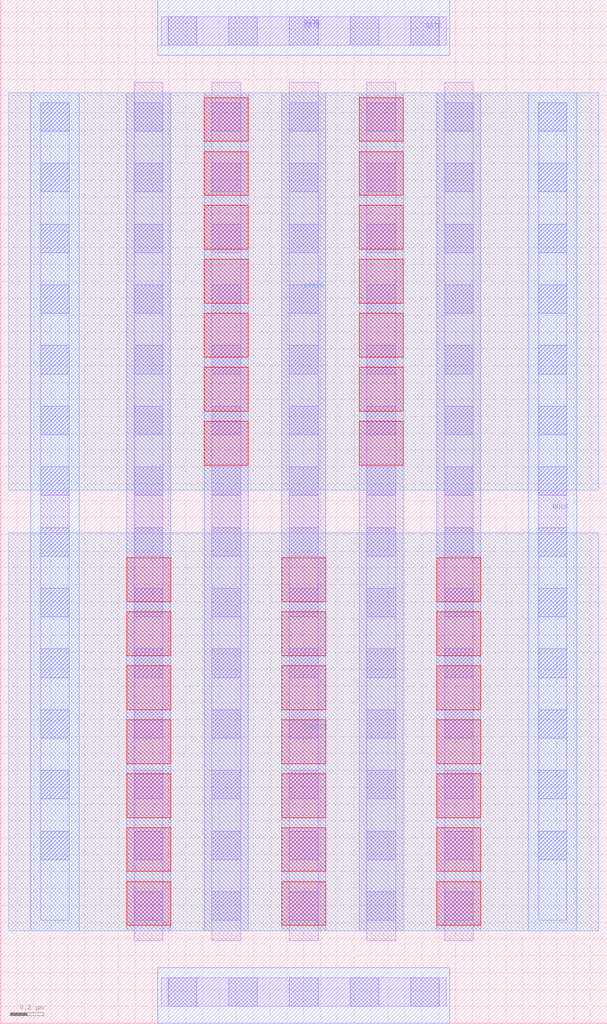
<source format=lef>
# Copyright 2020 The SkyWater PDK Authors
#
# Licensed under the Apache License, Version 2.0 (the "License");
# you may not use this file except in compliance with the License.
# You may obtain a copy of the License at
#
#     https://www.apache.org/licenses/LICENSE-2.0
#
# Unless required by applicable law or agreed to in writing, software
# distributed under the License is distributed on an "AS IS" BASIS,
# WITHOUT WARRANTIES OR CONDITIONS OF ANY KIND, either express or implied.
# See the License for the specific language governing permissions and
# limitations under the License.
#
# SPDX-License-Identifier: Apache-2.0

VERSION 5.7 ;
  NOWIREEXTENSIONATPIN ON ;
  DIVIDERCHAR "/" ;
  BUSBITCHARS "[]" ;
MACRO sky130_fd_pr__rf_pfet_01v8_aM04W5p00L0p18
  CLASS BLOCK ;
  FOREIGN sky130_fd_pr__rf_pfet_01v8_aM04W5p00L0p18 ;
  ORIGIN  0.000000  0.000000 ;
  SIZE  3.600000 BY  6.070000 ;
  PIN BULK
    ANTENNADIFFAREA  2.929000 ;
    PORT
      LAYER met1 ;
        RECT 0.180000 0.550000 0.470000 5.520000 ;
        RECT 3.130000 0.550000 3.420000 5.520000 ;
    END
  END BULK
  PIN DRAIN
    ANTENNADIFFAREA  2.828000 ;
    PORT
      LAYER met2 ;
        RECT 0.050000 3.160000 3.550000 5.520000 ;
    END
  END DRAIN
  PIN GATE
    ANTENNAGATEAREA  3.636000 ;
    PORT
      LAYER li1 ;
        RECT 0.955000 0.100000 2.645000 0.270000 ;
        RECT 0.955000 5.800000 2.645000 5.970000 ;
      LAYER mcon ;
        RECT 0.995000 0.100000 1.165000 0.270000 ;
        RECT 0.995000 5.800000 1.165000 5.970000 ;
        RECT 1.355000 0.100000 1.525000 0.270000 ;
        RECT 1.355000 5.800000 1.525000 5.970000 ;
        RECT 1.715000 0.100000 1.885000 0.270000 ;
        RECT 1.715000 5.800000 1.885000 5.970000 ;
        RECT 2.075000 0.100000 2.245000 0.270000 ;
        RECT 2.075000 5.800000 2.245000 5.970000 ;
        RECT 2.435000 0.100000 2.605000 0.270000 ;
        RECT 2.435000 5.800000 2.605000 5.970000 ;
    END
    PORT
      LAYER met1 ;
        RECT 0.935000 0.000000 2.665000 0.330000 ;
        RECT 0.935000 5.740000 2.665000 6.070000 ;
    END
  END GATE
  PIN SOURCE
    ANTENNADIFFAREA  4.242000 ;
    PORT
      LAYER met2 ;
        RECT 0.050000 0.550000 3.550000 2.910000 ;
    END
  END SOURCE
  OBS
    LAYER li1 ;
      RECT 0.240000 0.610000 0.410000 5.460000 ;
      RECT 0.795000 0.490000 0.965000 5.580000 ;
      RECT 1.255000 0.490000 1.425000 5.580000 ;
      RECT 1.715000 0.490000 1.885000 5.580000 ;
      RECT 2.175000 0.490000 2.345000 5.580000 ;
      RECT 2.635000 0.490000 2.805000 5.580000 ;
      RECT 3.190000 0.610000 3.360000 5.460000 ;
    LAYER mcon ;
      RECT 0.240000 0.970000 0.410000 1.140000 ;
      RECT 0.240000 1.330000 0.410000 1.500000 ;
      RECT 0.240000 1.690000 0.410000 1.860000 ;
      RECT 0.240000 2.050000 0.410000 2.220000 ;
      RECT 0.240000 2.410000 0.410000 2.580000 ;
      RECT 0.240000 2.770000 0.410000 2.940000 ;
      RECT 0.240000 3.130000 0.410000 3.300000 ;
      RECT 0.240000 3.490000 0.410000 3.660000 ;
      RECT 0.240000 3.850000 0.410000 4.020000 ;
      RECT 0.240000 4.210000 0.410000 4.380000 ;
      RECT 0.240000 4.570000 0.410000 4.740000 ;
      RECT 0.240000 4.930000 0.410000 5.100000 ;
      RECT 0.240000 5.290000 0.410000 5.460000 ;
      RECT 0.795000 0.610000 0.965000 0.780000 ;
      RECT 0.795000 0.970000 0.965000 1.140000 ;
      RECT 0.795000 1.330000 0.965000 1.500000 ;
      RECT 0.795000 1.690000 0.965000 1.860000 ;
      RECT 0.795000 2.050000 0.965000 2.220000 ;
      RECT 0.795000 2.410000 0.965000 2.580000 ;
      RECT 0.795000 2.770000 0.965000 2.940000 ;
      RECT 0.795000 3.130000 0.965000 3.300000 ;
      RECT 0.795000 3.490000 0.965000 3.660000 ;
      RECT 0.795000 3.850000 0.965000 4.020000 ;
      RECT 0.795000 4.210000 0.965000 4.380000 ;
      RECT 0.795000 4.570000 0.965000 4.740000 ;
      RECT 0.795000 4.930000 0.965000 5.100000 ;
      RECT 0.795000 5.290000 0.965000 5.460000 ;
      RECT 1.255000 0.610000 1.425000 0.780000 ;
      RECT 1.255000 0.970000 1.425000 1.140000 ;
      RECT 1.255000 1.330000 1.425000 1.500000 ;
      RECT 1.255000 1.690000 1.425000 1.860000 ;
      RECT 1.255000 2.050000 1.425000 2.220000 ;
      RECT 1.255000 2.410000 1.425000 2.580000 ;
      RECT 1.255000 2.770000 1.425000 2.940000 ;
      RECT 1.255000 3.130000 1.425000 3.300000 ;
      RECT 1.255000 3.490000 1.425000 3.660000 ;
      RECT 1.255000 3.850000 1.425000 4.020000 ;
      RECT 1.255000 4.210000 1.425000 4.380000 ;
      RECT 1.255000 4.570000 1.425000 4.740000 ;
      RECT 1.255000 4.930000 1.425000 5.100000 ;
      RECT 1.255000 5.290000 1.425000 5.460000 ;
      RECT 1.715000 0.610000 1.885000 0.780000 ;
      RECT 1.715000 0.970000 1.885000 1.140000 ;
      RECT 1.715000 1.330000 1.885000 1.500000 ;
      RECT 1.715000 1.690000 1.885000 1.860000 ;
      RECT 1.715000 2.050000 1.885000 2.220000 ;
      RECT 1.715000 2.410000 1.885000 2.580000 ;
      RECT 1.715000 2.770000 1.885000 2.940000 ;
      RECT 1.715000 3.130000 1.885000 3.300000 ;
      RECT 1.715000 3.490000 1.885000 3.660000 ;
      RECT 1.715000 3.850000 1.885000 4.020000 ;
      RECT 1.715000 4.210000 1.885000 4.380000 ;
      RECT 1.715000 4.570000 1.885000 4.740000 ;
      RECT 1.715000 4.930000 1.885000 5.100000 ;
      RECT 1.715000 5.290000 1.885000 5.460000 ;
      RECT 2.175000 0.610000 2.345000 0.780000 ;
      RECT 2.175000 0.970000 2.345000 1.140000 ;
      RECT 2.175000 1.330000 2.345000 1.500000 ;
      RECT 2.175000 1.690000 2.345000 1.860000 ;
      RECT 2.175000 2.050000 2.345000 2.220000 ;
      RECT 2.175000 2.410000 2.345000 2.580000 ;
      RECT 2.175000 2.770000 2.345000 2.940000 ;
      RECT 2.175000 3.130000 2.345000 3.300000 ;
      RECT 2.175000 3.490000 2.345000 3.660000 ;
      RECT 2.175000 3.850000 2.345000 4.020000 ;
      RECT 2.175000 4.210000 2.345000 4.380000 ;
      RECT 2.175000 4.570000 2.345000 4.740000 ;
      RECT 2.175000 4.930000 2.345000 5.100000 ;
      RECT 2.175000 5.290000 2.345000 5.460000 ;
      RECT 2.635000 0.610000 2.805000 0.780000 ;
      RECT 2.635000 0.970000 2.805000 1.140000 ;
      RECT 2.635000 1.330000 2.805000 1.500000 ;
      RECT 2.635000 1.690000 2.805000 1.860000 ;
      RECT 2.635000 2.050000 2.805000 2.220000 ;
      RECT 2.635000 2.410000 2.805000 2.580000 ;
      RECT 2.635000 2.770000 2.805000 2.940000 ;
      RECT 2.635000 3.130000 2.805000 3.300000 ;
      RECT 2.635000 3.490000 2.805000 3.660000 ;
      RECT 2.635000 3.850000 2.805000 4.020000 ;
      RECT 2.635000 4.210000 2.805000 4.380000 ;
      RECT 2.635000 4.570000 2.805000 4.740000 ;
      RECT 2.635000 4.930000 2.805000 5.100000 ;
      RECT 2.635000 5.290000 2.805000 5.460000 ;
      RECT 3.190000 0.970000 3.360000 1.140000 ;
      RECT 3.190000 1.330000 3.360000 1.500000 ;
      RECT 3.190000 1.690000 3.360000 1.860000 ;
      RECT 3.190000 2.050000 3.360000 2.220000 ;
      RECT 3.190000 2.410000 3.360000 2.580000 ;
      RECT 3.190000 2.770000 3.360000 2.940000 ;
      RECT 3.190000 3.130000 3.360000 3.300000 ;
      RECT 3.190000 3.490000 3.360000 3.660000 ;
      RECT 3.190000 3.850000 3.360000 4.020000 ;
      RECT 3.190000 4.210000 3.360000 4.380000 ;
      RECT 3.190000 4.570000 3.360000 4.740000 ;
      RECT 3.190000 4.930000 3.360000 5.100000 ;
      RECT 3.190000 5.290000 3.360000 5.460000 ;
    LAYER met1 ;
      RECT 0.750000 0.550000 1.010000 5.520000 ;
      RECT 1.210000 0.550000 1.470000 5.520000 ;
      RECT 1.670000 0.550000 1.930000 5.520000 ;
      RECT 2.130000 0.550000 2.390000 5.520000 ;
      RECT 2.590000 0.550000 2.850000 5.520000 ;
    LAYER via ;
      RECT 0.750000 0.580000 1.010000 0.840000 ;
      RECT 0.750000 0.900000 1.010000 1.160000 ;
      RECT 0.750000 1.220000 1.010000 1.480000 ;
      RECT 0.750000 1.540000 1.010000 1.800000 ;
      RECT 0.750000 1.860000 1.010000 2.120000 ;
      RECT 0.750000 2.180000 1.010000 2.440000 ;
      RECT 0.750000 2.500000 1.010000 2.760000 ;
      RECT 1.210000 3.310000 1.470000 3.570000 ;
      RECT 1.210000 3.630000 1.470000 3.890000 ;
      RECT 1.210000 3.950000 1.470000 4.210000 ;
      RECT 1.210000 4.270000 1.470000 4.530000 ;
      RECT 1.210000 4.590000 1.470000 4.850000 ;
      RECT 1.210000 4.910000 1.470000 5.170000 ;
      RECT 1.210000 5.230000 1.470000 5.490000 ;
      RECT 1.670000 0.580000 1.930000 0.840000 ;
      RECT 1.670000 0.900000 1.930000 1.160000 ;
      RECT 1.670000 1.220000 1.930000 1.480000 ;
      RECT 1.670000 1.540000 1.930000 1.800000 ;
      RECT 1.670000 1.860000 1.930000 2.120000 ;
      RECT 1.670000 2.180000 1.930000 2.440000 ;
      RECT 1.670000 2.500000 1.930000 2.760000 ;
      RECT 2.130000 3.310000 2.390000 3.570000 ;
      RECT 2.130000 3.630000 2.390000 3.890000 ;
      RECT 2.130000 3.950000 2.390000 4.210000 ;
      RECT 2.130000 4.270000 2.390000 4.530000 ;
      RECT 2.130000 4.590000 2.390000 4.850000 ;
      RECT 2.130000 4.910000 2.390000 5.170000 ;
      RECT 2.130000 5.230000 2.390000 5.490000 ;
      RECT 2.590000 0.580000 2.850000 0.840000 ;
      RECT 2.590000 0.900000 2.850000 1.160000 ;
      RECT 2.590000 1.220000 2.850000 1.480000 ;
      RECT 2.590000 1.540000 2.850000 1.800000 ;
      RECT 2.590000 1.860000 2.850000 2.120000 ;
      RECT 2.590000 2.180000 2.850000 2.440000 ;
      RECT 2.590000 2.500000 2.850000 2.760000 ;
  END
END sky130_fd_pr__rf_pfet_01v8_aM04W5p00L0p18
END LIBRARY

</source>
